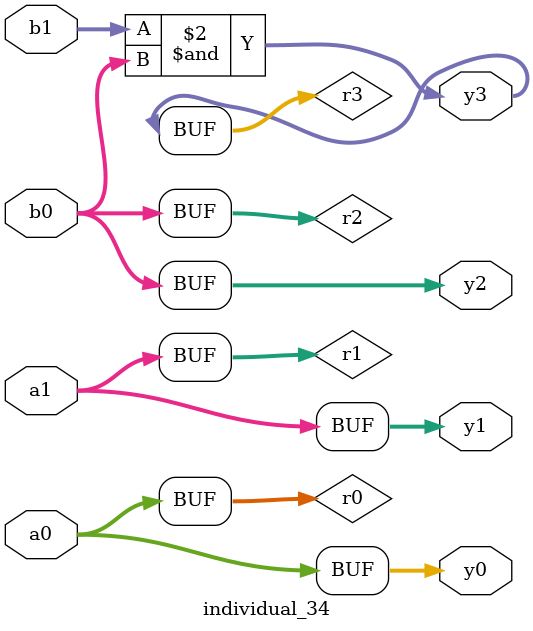
<source format=sv>
module individual_34(input logic [15:0] a1, input logic [15:0] a0, input logic [15:0] b1, input logic [15:0] b0, output logic [15:0] y3, output logic [15:0] y2, output logic [15:0] y1, output logic [15:0] y0);
logic [15:0] r0, r1, r2, r3; 
 always@(*) begin 
	 r0 = a0; r1 = a1; r2 = b0; r3 = b1; 
 	 r3  &=  r2 ;
 	 y3 = r3; y2 = r2; y1 = r1; y0 = r0; 
end
endmodule
</source>
